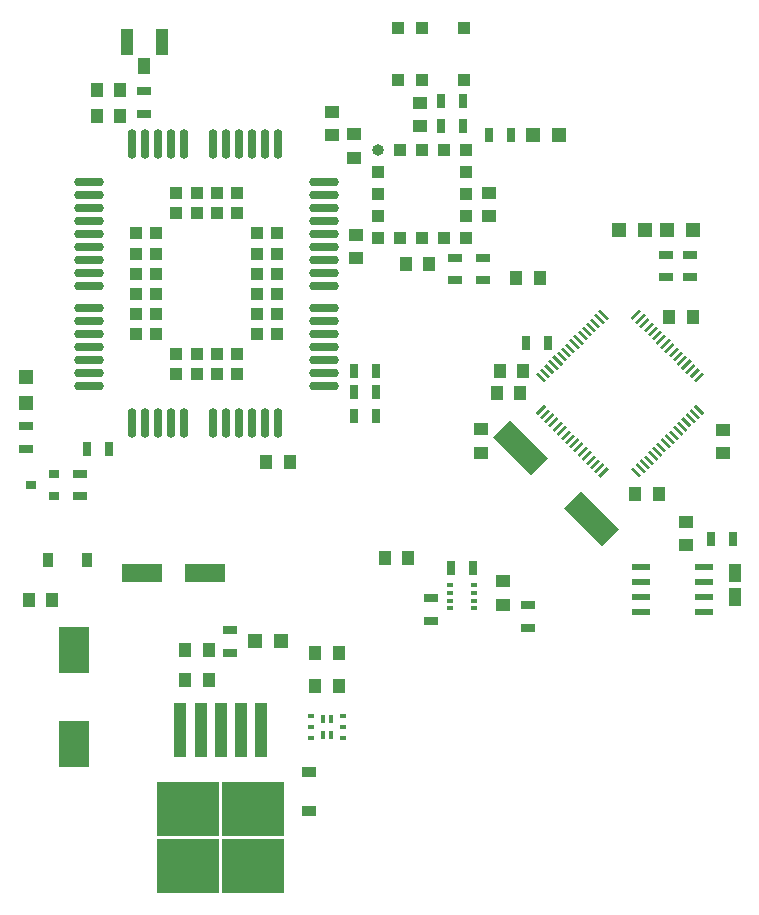
<source format=gbr>
G04 #@! TF.FileFunction,Paste,Top*
%FSLAX46Y46*%
G04 Gerber Fmt 4.6, Leading zero omitted, Abs format (unit mm)*
G04 Created by KiCad (PCBNEW 4.0.7-e2-6376~58~ubuntu16.04.1) date Mon Oct 23 12:39:53 2017*
%MOMM*%
%LPD*%
G01*
G04 APERTURE LIST*
%ADD10C,0.100000*%
%ADD11R,2.500000X4.000000*%
%ADD12R,1.000000X1.250000*%
%ADD13R,1.250000X1.000000*%
%ADD14R,3.500000X1.600000*%
%ADD15R,0.900000X1.200000*%
%ADD16R,1.200000X1.200000*%
%ADD17R,1.300000X0.700000*%
%ADD18R,0.700000X1.300000*%
%ADD19R,1.000000X2.200000*%
%ADD20R,1.000000X1.400000*%
%ADD21R,1.000000X1.524000*%
%ADD22R,1.550000X0.600000*%
%ADD23O,1.000000X1.000000*%
%ADD24R,1.000000X1.000000*%
%ADD25R,1.100000X4.600000*%
%ADD26R,5.250000X4.550000*%
%ADD27O,0.750000X2.500000*%
%ADD28O,2.500000X0.750000*%
%ADD29R,0.900000X0.800000*%
%ADD30R,1.200000X0.900000*%
%ADD31R,0.500000X0.350000*%
%ADD32R,0.630000X0.450000*%
%ADD33R,0.450000X0.780000*%
G04 APERTURE END LIST*
D10*
D11*
X138170000Y-114930000D03*
X138170000Y-106930000D03*
D12*
X154448000Y-91059000D03*
X156448000Y-91059000D03*
X140097000Y-61722000D03*
X142097000Y-61722000D03*
X140097000Y-59563000D03*
X142097000Y-59563000D03*
D13*
X162052000Y-71771000D03*
X162052000Y-73771000D03*
D12*
X134350000Y-102710000D03*
X136350000Y-102710000D03*
X168259000Y-74295000D03*
X166259000Y-74295000D03*
X175631600Y-75438000D03*
X177631600Y-75438000D03*
D14*
X149300000Y-100460000D03*
X143900000Y-100460000D03*
D13*
X174498000Y-103108000D03*
X174498000Y-101108000D03*
D12*
X160600000Y-107210000D03*
X158600000Y-107210000D03*
X160600000Y-109960000D03*
X158600000Y-109960000D03*
X147600000Y-106960000D03*
X149600000Y-106960000D03*
X147600000Y-109460000D03*
X149600000Y-109460000D03*
D13*
X167513000Y-60595000D03*
X167513000Y-62595000D03*
D15*
X139300000Y-99360000D03*
X136000000Y-99360000D03*
D16*
X177081000Y-63373000D03*
X179281000Y-63373000D03*
X153500000Y-106210000D03*
X155700000Y-106210000D03*
D17*
X170434000Y-73726000D03*
X170434000Y-75626000D03*
X172847000Y-73726000D03*
X172847000Y-75626000D03*
D18*
X171130000Y-60452000D03*
X169230000Y-60452000D03*
X171130000Y-62611000D03*
X169230000Y-62611000D03*
D19*
X142645000Y-55499000D03*
D20*
X144145000Y-57499000D03*
D19*
X145645000Y-55499000D03*
D18*
X173294000Y-63373000D03*
X175194000Y-63373000D03*
X193990000Y-97561400D03*
X192090000Y-97561400D03*
D17*
X151350000Y-107160000D03*
X151350000Y-105260000D03*
X168376600Y-104480400D03*
X168376600Y-102580400D03*
X176580800Y-105039200D03*
X176580800Y-103139200D03*
D18*
X172006300Y-99974400D03*
X170106300Y-99974400D03*
D21*
X194183000Y-102489000D03*
X194183000Y-100457000D03*
D22*
X186149000Y-99949000D03*
X186149000Y-101219000D03*
X186149000Y-102489000D03*
X186149000Y-103759000D03*
X191549000Y-103759000D03*
X191549000Y-102489000D03*
X191549000Y-101219000D03*
X191549000Y-99949000D03*
D23*
X163957000Y-64643000D03*
D24*
X165807000Y-64643000D03*
X167657000Y-64643000D03*
X171357000Y-64643000D03*
X169507000Y-64643000D03*
X171357000Y-66493000D03*
X171357000Y-68343000D03*
X171357000Y-70193000D03*
X171357000Y-72043000D03*
X169507000Y-72043000D03*
X167657000Y-72043000D03*
X165807000Y-72043000D03*
X163957000Y-72043000D03*
X163957000Y-70193000D03*
X163957000Y-68343000D03*
X163957000Y-66493000D03*
X165608000Y-58674000D03*
X167608000Y-58674000D03*
X171208000Y-58674000D03*
X171208000Y-54274000D03*
X167608000Y-54274000D03*
X165608000Y-54274000D03*
D25*
X154000000Y-113685000D03*
X152300000Y-113685000D03*
X150600000Y-113685000D03*
X148900000Y-113685000D03*
X147200000Y-113685000D03*
D26*
X147825000Y-125260000D03*
X153375000Y-120410000D03*
X153375000Y-125260000D03*
X147825000Y-120410000D03*
D17*
X134100000Y-89910000D03*
X134100000Y-88010000D03*
X144145000Y-59629000D03*
X144145000Y-61529000D03*
D16*
X134100000Y-83860000D03*
X134100000Y-86060000D03*
D24*
X148556000Y-83577000D03*
X146856000Y-83577000D03*
X146856000Y-81877000D03*
X148556000Y-81877000D03*
X148556000Y-68277000D03*
X148556000Y-69977000D03*
X146856000Y-68277000D03*
X146856000Y-69977000D03*
X143456000Y-80177000D03*
X145156000Y-80177000D03*
X143456000Y-78477000D03*
X145156000Y-78477000D03*
X143456000Y-76777000D03*
X145156000Y-76777000D03*
X143456000Y-75077000D03*
X145156000Y-75077000D03*
X143456000Y-73377000D03*
X145156000Y-73377000D03*
X143456000Y-71677000D03*
D27*
X155456000Y-87727000D03*
X154356000Y-87727000D03*
X153256000Y-87727000D03*
X152156000Y-87727000D03*
X151056000Y-87727000D03*
X149956000Y-87727000D03*
X147456000Y-87727000D03*
X146356000Y-87727000D03*
X145256000Y-87727000D03*
X144156000Y-87727000D03*
X143056000Y-87727000D03*
D28*
X159356000Y-84627000D03*
X159356000Y-83527000D03*
X159356000Y-82427000D03*
X159356000Y-81327000D03*
X159356000Y-80227000D03*
X159356000Y-79127000D03*
X159356000Y-78027000D03*
X159356000Y-76127000D03*
X159356000Y-75027000D03*
X159356000Y-73927000D03*
X159356000Y-72827000D03*
X159356000Y-71727000D03*
X159356000Y-70627000D03*
X159356000Y-69527000D03*
X159356000Y-68427000D03*
X159356000Y-67327000D03*
D27*
X143056000Y-64127000D03*
X144156000Y-64127000D03*
X145256000Y-64127000D03*
X146356000Y-64127000D03*
X147456000Y-64127000D03*
X149956000Y-64127000D03*
X151056000Y-64127000D03*
X152156000Y-64127000D03*
X153256000Y-64127000D03*
X154356000Y-64127000D03*
X155456000Y-64127000D03*
D28*
X139456000Y-67327000D03*
X139456000Y-68427000D03*
X139456000Y-69527000D03*
X139456000Y-70627000D03*
X139456000Y-71727000D03*
X139456000Y-72827000D03*
X139456000Y-73927000D03*
X139456000Y-75027000D03*
X139456000Y-76127000D03*
X139456000Y-78027000D03*
X139456000Y-79127000D03*
X139456000Y-80227000D03*
X139456000Y-81327000D03*
X139456000Y-82427000D03*
X139456000Y-83527000D03*
X139456000Y-84627000D03*
D24*
X153656000Y-71677000D03*
X155356000Y-71677000D03*
X153656000Y-73377000D03*
X155356000Y-73377000D03*
X153656000Y-75077000D03*
X155356000Y-75077000D03*
X153656000Y-76777000D03*
X155356000Y-76777000D03*
X153656000Y-78477000D03*
X155356000Y-78477000D03*
X153656000Y-80177000D03*
X155356000Y-80177000D03*
X151956000Y-69977000D03*
X151956000Y-68277000D03*
X150256000Y-69977000D03*
X150256000Y-68277000D03*
X150256000Y-81877000D03*
X151956000Y-81877000D03*
X151956000Y-83577000D03*
X150256000Y-83577000D03*
X145156000Y-71677000D03*
D18*
X141158000Y-89916000D03*
X139258000Y-89916000D03*
D29*
X136509000Y-93914000D03*
X136509000Y-92014000D03*
X134509000Y-92964000D03*
D12*
X174234600Y-83286600D03*
X176234600Y-83286600D03*
X187690000Y-93751400D03*
X185690000Y-93751400D03*
D13*
X193167000Y-88281000D03*
X193167000Y-90281000D03*
D12*
X190560200Y-78765400D03*
X188560200Y-78765400D03*
D13*
X160020000Y-63357000D03*
X160020000Y-61357000D03*
X161925000Y-65262000D03*
X161925000Y-63262000D03*
X173355000Y-70215000D03*
X173355000Y-68215000D03*
D30*
X158100000Y-117310000D03*
X158100000Y-120610000D03*
D18*
X163764000Y-83312000D03*
X161864000Y-83312000D03*
X163764000Y-87122000D03*
X161864000Y-87122000D03*
X163764000Y-85090000D03*
X161864000Y-85090000D03*
D17*
X138684000Y-92014000D03*
X138684000Y-93914000D03*
D13*
X172669200Y-88230200D03*
X172669200Y-90230200D03*
D12*
X175980600Y-85217000D03*
X173980600Y-85217000D03*
D18*
X176443600Y-80949800D03*
X178343600Y-80949800D03*
D12*
X164481000Y-99123500D03*
X166481000Y-99123500D03*
D31*
X172081000Y-101473000D03*
X172081000Y-102123000D03*
X172081000Y-102773000D03*
X172081000Y-103423000D03*
X170031000Y-103423000D03*
X170031000Y-102773000D03*
X170031000Y-102123000D03*
X170031000Y-101473000D03*
D13*
X189992000Y-96078800D03*
X189992000Y-98078800D03*
D16*
X186520000Y-71374000D03*
X184320000Y-71374000D03*
X190584000Y-71374000D03*
X188384000Y-71374000D03*
D17*
X188341000Y-73472000D03*
X188341000Y-75372000D03*
X190373000Y-73472000D03*
X190373000Y-75372000D03*
D32*
X158260000Y-112510000D03*
X158260000Y-113460000D03*
X158260000Y-114410000D03*
X160940000Y-114410000D03*
X160940000Y-113460000D03*
X160940000Y-112510000D03*
D33*
X159975000Y-114110000D03*
X159975000Y-112810000D03*
X159225000Y-114110000D03*
X159225000Y-112810000D03*
D10*
G36*
X177456676Y-87037800D02*
X177279899Y-86861023D01*
X177987006Y-86153916D01*
X178163783Y-86330693D01*
X177456676Y-87037800D01*
X177456676Y-87037800D01*
G37*
G36*
X177810229Y-87391354D02*
X177633452Y-87214577D01*
X178340559Y-86507470D01*
X178517336Y-86684247D01*
X177810229Y-87391354D01*
X177810229Y-87391354D01*
G37*
G36*
X178163783Y-87744907D02*
X177987006Y-87568130D01*
X178694113Y-86861023D01*
X178870890Y-87037800D01*
X178163783Y-87744907D01*
X178163783Y-87744907D01*
G37*
G36*
X178517336Y-88098460D02*
X178340559Y-87921683D01*
X179047666Y-87214576D01*
X179224443Y-87391353D01*
X178517336Y-88098460D01*
X178517336Y-88098460D01*
G37*
G36*
X178870889Y-88452014D02*
X178694112Y-88275237D01*
X179401219Y-87568130D01*
X179577996Y-87744907D01*
X178870889Y-88452014D01*
X178870889Y-88452014D01*
G37*
G36*
X179224443Y-88805567D02*
X179047666Y-88628790D01*
X179754773Y-87921683D01*
X179931550Y-88098460D01*
X179224443Y-88805567D01*
X179224443Y-88805567D01*
G37*
G36*
X179577996Y-89159121D02*
X179401219Y-88982344D01*
X180108326Y-88275237D01*
X180285103Y-88452014D01*
X179577996Y-89159121D01*
X179577996Y-89159121D01*
G37*
G36*
X179931550Y-89512674D02*
X179754773Y-89335897D01*
X180461880Y-88628790D01*
X180638657Y-88805567D01*
X179931550Y-89512674D01*
X179931550Y-89512674D01*
G37*
G36*
X180285103Y-89866227D02*
X180108326Y-89689450D01*
X180815433Y-88982343D01*
X180992210Y-89159120D01*
X180285103Y-89866227D01*
X180285103Y-89866227D01*
G37*
G36*
X180638656Y-90219781D02*
X180461879Y-90043004D01*
X181168986Y-89335897D01*
X181345763Y-89512674D01*
X180638656Y-90219781D01*
X180638656Y-90219781D01*
G37*
G36*
X180992210Y-90573334D02*
X180815433Y-90396557D01*
X181522540Y-89689450D01*
X181699317Y-89866227D01*
X180992210Y-90573334D01*
X180992210Y-90573334D01*
G37*
G36*
X181345763Y-90926888D02*
X181168986Y-90750111D01*
X181876093Y-90043004D01*
X182052870Y-90219781D01*
X181345763Y-90926888D01*
X181345763Y-90926888D01*
G37*
G36*
X181699317Y-91280441D02*
X181522540Y-91103664D01*
X182229647Y-90396557D01*
X182406424Y-90573334D01*
X181699317Y-91280441D01*
X181699317Y-91280441D01*
G37*
G36*
X182052870Y-91633994D02*
X181876093Y-91457217D01*
X182583200Y-90750110D01*
X182759977Y-90926887D01*
X182052870Y-91633994D01*
X182052870Y-91633994D01*
G37*
G36*
X182406423Y-91987548D02*
X182229646Y-91810771D01*
X182936753Y-91103664D01*
X183113530Y-91280441D01*
X182406423Y-91987548D01*
X182406423Y-91987548D01*
G37*
G36*
X182759977Y-92341101D02*
X182583200Y-92164324D01*
X183290307Y-91457217D01*
X183467084Y-91633994D01*
X182759977Y-92341101D01*
X182759977Y-92341101D01*
G37*
G36*
X186224800Y-92164324D02*
X186048023Y-92341101D01*
X185340916Y-91633994D01*
X185517693Y-91457217D01*
X186224800Y-92164324D01*
X186224800Y-92164324D01*
G37*
G36*
X186578354Y-91810771D02*
X186401577Y-91987548D01*
X185694470Y-91280441D01*
X185871247Y-91103664D01*
X186578354Y-91810771D01*
X186578354Y-91810771D01*
G37*
G36*
X186931907Y-91457217D02*
X186755130Y-91633994D01*
X186048023Y-90926887D01*
X186224800Y-90750110D01*
X186931907Y-91457217D01*
X186931907Y-91457217D01*
G37*
G36*
X187285460Y-91103664D02*
X187108683Y-91280441D01*
X186401576Y-90573334D01*
X186578353Y-90396557D01*
X187285460Y-91103664D01*
X187285460Y-91103664D01*
G37*
G36*
X187639014Y-90750111D02*
X187462237Y-90926888D01*
X186755130Y-90219781D01*
X186931907Y-90043004D01*
X187639014Y-90750111D01*
X187639014Y-90750111D01*
G37*
G36*
X187992567Y-90396557D02*
X187815790Y-90573334D01*
X187108683Y-89866227D01*
X187285460Y-89689450D01*
X187992567Y-90396557D01*
X187992567Y-90396557D01*
G37*
G36*
X188346121Y-90043004D02*
X188169344Y-90219781D01*
X187462237Y-89512674D01*
X187639014Y-89335897D01*
X188346121Y-90043004D01*
X188346121Y-90043004D01*
G37*
G36*
X188699674Y-89689450D02*
X188522897Y-89866227D01*
X187815790Y-89159120D01*
X187992567Y-88982343D01*
X188699674Y-89689450D01*
X188699674Y-89689450D01*
G37*
G36*
X189053227Y-89335897D02*
X188876450Y-89512674D01*
X188169343Y-88805567D01*
X188346120Y-88628790D01*
X189053227Y-89335897D01*
X189053227Y-89335897D01*
G37*
G36*
X189406781Y-88982344D02*
X189230004Y-89159121D01*
X188522897Y-88452014D01*
X188699674Y-88275237D01*
X189406781Y-88982344D01*
X189406781Y-88982344D01*
G37*
G36*
X189760334Y-88628790D02*
X189583557Y-88805567D01*
X188876450Y-88098460D01*
X189053227Y-87921683D01*
X189760334Y-88628790D01*
X189760334Y-88628790D01*
G37*
G36*
X190113888Y-88275237D02*
X189937111Y-88452014D01*
X189230004Y-87744907D01*
X189406781Y-87568130D01*
X190113888Y-88275237D01*
X190113888Y-88275237D01*
G37*
G36*
X190467441Y-87921683D02*
X190290664Y-88098460D01*
X189583557Y-87391353D01*
X189760334Y-87214576D01*
X190467441Y-87921683D01*
X190467441Y-87921683D01*
G37*
G36*
X190820994Y-87568130D02*
X190644217Y-87744907D01*
X189937110Y-87037800D01*
X190113887Y-86861023D01*
X190820994Y-87568130D01*
X190820994Y-87568130D01*
G37*
G36*
X191174548Y-87214577D02*
X190997771Y-87391354D01*
X190290664Y-86684247D01*
X190467441Y-86507470D01*
X191174548Y-87214577D01*
X191174548Y-87214577D01*
G37*
G36*
X191528101Y-86861023D02*
X191351324Y-87037800D01*
X190644217Y-86330693D01*
X190820994Y-86153916D01*
X191528101Y-86861023D01*
X191528101Y-86861023D01*
G37*
G36*
X190820994Y-84280084D02*
X190644217Y-84103307D01*
X191351324Y-83396200D01*
X191528101Y-83572977D01*
X190820994Y-84280084D01*
X190820994Y-84280084D01*
G37*
G36*
X190467441Y-83926530D02*
X190290664Y-83749753D01*
X190997771Y-83042646D01*
X191174548Y-83219423D01*
X190467441Y-83926530D01*
X190467441Y-83926530D01*
G37*
G36*
X190113887Y-83572977D02*
X189937110Y-83396200D01*
X190644217Y-82689093D01*
X190820994Y-82865870D01*
X190113887Y-83572977D01*
X190113887Y-83572977D01*
G37*
G36*
X189760334Y-83219424D02*
X189583557Y-83042647D01*
X190290664Y-82335540D01*
X190467441Y-82512317D01*
X189760334Y-83219424D01*
X189760334Y-83219424D01*
G37*
G36*
X189406781Y-82865870D02*
X189230004Y-82689093D01*
X189937111Y-81981986D01*
X190113888Y-82158763D01*
X189406781Y-82865870D01*
X189406781Y-82865870D01*
G37*
G36*
X189053227Y-82512317D02*
X188876450Y-82335540D01*
X189583557Y-81628433D01*
X189760334Y-81805210D01*
X189053227Y-82512317D01*
X189053227Y-82512317D01*
G37*
G36*
X188699674Y-82158763D02*
X188522897Y-81981986D01*
X189230004Y-81274879D01*
X189406781Y-81451656D01*
X188699674Y-82158763D01*
X188699674Y-82158763D01*
G37*
G36*
X188346120Y-81805210D02*
X188169343Y-81628433D01*
X188876450Y-80921326D01*
X189053227Y-81098103D01*
X188346120Y-81805210D01*
X188346120Y-81805210D01*
G37*
G36*
X187992567Y-81451657D02*
X187815790Y-81274880D01*
X188522897Y-80567773D01*
X188699674Y-80744550D01*
X187992567Y-81451657D01*
X187992567Y-81451657D01*
G37*
G36*
X187639014Y-81098103D02*
X187462237Y-80921326D01*
X188169344Y-80214219D01*
X188346121Y-80390996D01*
X187639014Y-81098103D01*
X187639014Y-81098103D01*
G37*
G36*
X187285460Y-80744550D02*
X187108683Y-80567773D01*
X187815790Y-79860666D01*
X187992567Y-80037443D01*
X187285460Y-80744550D01*
X187285460Y-80744550D01*
G37*
G36*
X186931907Y-80390996D02*
X186755130Y-80214219D01*
X187462237Y-79507112D01*
X187639014Y-79683889D01*
X186931907Y-80390996D01*
X186931907Y-80390996D01*
G37*
G36*
X186578353Y-80037443D02*
X186401576Y-79860666D01*
X187108683Y-79153559D01*
X187285460Y-79330336D01*
X186578353Y-80037443D01*
X186578353Y-80037443D01*
G37*
G36*
X186224800Y-79683890D02*
X186048023Y-79507113D01*
X186755130Y-78800006D01*
X186931907Y-78976783D01*
X186224800Y-79683890D01*
X186224800Y-79683890D01*
G37*
G36*
X185871247Y-79330336D02*
X185694470Y-79153559D01*
X186401577Y-78446452D01*
X186578354Y-78623229D01*
X185871247Y-79330336D01*
X185871247Y-79330336D01*
G37*
G36*
X185517693Y-78976783D02*
X185340916Y-78800006D01*
X186048023Y-78092899D01*
X186224800Y-78269676D01*
X185517693Y-78976783D01*
X185517693Y-78976783D01*
G37*
G36*
X183467084Y-78800006D02*
X183290307Y-78976783D01*
X182583200Y-78269676D01*
X182759977Y-78092899D01*
X183467084Y-78800006D01*
X183467084Y-78800006D01*
G37*
G36*
X183113530Y-79153559D02*
X182936753Y-79330336D01*
X182229646Y-78623229D01*
X182406423Y-78446452D01*
X183113530Y-79153559D01*
X183113530Y-79153559D01*
G37*
G36*
X182759977Y-79507113D02*
X182583200Y-79683890D01*
X181876093Y-78976783D01*
X182052870Y-78800006D01*
X182759977Y-79507113D01*
X182759977Y-79507113D01*
G37*
G36*
X182406424Y-79860666D02*
X182229647Y-80037443D01*
X181522540Y-79330336D01*
X181699317Y-79153559D01*
X182406424Y-79860666D01*
X182406424Y-79860666D01*
G37*
G36*
X182052870Y-80214219D02*
X181876093Y-80390996D01*
X181168986Y-79683889D01*
X181345763Y-79507112D01*
X182052870Y-80214219D01*
X182052870Y-80214219D01*
G37*
G36*
X181699317Y-80567773D02*
X181522540Y-80744550D01*
X180815433Y-80037443D01*
X180992210Y-79860666D01*
X181699317Y-80567773D01*
X181699317Y-80567773D01*
G37*
G36*
X181345763Y-80921326D02*
X181168986Y-81098103D01*
X180461879Y-80390996D01*
X180638656Y-80214219D01*
X181345763Y-80921326D01*
X181345763Y-80921326D01*
G37*
G36*
X180992210Y-81274880D02*
X180815433Y-81451657D01*
X180108326Y-80744550D01*
X180285103Y-80567773D01*
X180992210Y-81274880D01*
X180992210Y-81274880D01*
G37*
G36*
X180638657Y-81628433D02*
X180461880Y-81805210D01*
X179754773Y-81098103D01*
X179931550Y-80921326D01*
X180638657Y-81628433D01*
X180638657Y-81628433D01*
G37*
G36*
X180285103Y-81981986D02*
X180108326Y-82158763D01*
X179401219Y-81451656D01*
X179577996Y-81274879D01*
X180285103Y-81981986D01*
X180285103Y-81981986D01*
G37*
G36*
X179931550Y-82335540D02*
X179754773Y-82512317D01*
X179047666Y-81805210D01*
X179224443Y-81628433D01*
X179931550Y-82335540D01*
X179931550Y-82335540D01*
G37*
G36*
X179577996Y-82689093D02*
X179401219Y-82865870D01*
X178694112Y-82158763D01*
X178870889Y-81981986D01*
X179577996Y-82689093D01*
X179577996Y-82689093D01*
G37*
G36*
X179224443Y-83042647D02*
X179047666Y-83219424D01*
X178340559Y-82512317D01*
X178517336Y-82335540D01*
X179224443Y-83042647D01*
X179224443Y-83042647D01*
G37*
G36*
X178870890Y-83396200D02*
X178694113Y-83572977D01*
X177987006Y-82865870D01*
X178163783Y-82689093D01*
X178870890Y-83396200D01*
X178870890Y-83396200D01*
G37*
G36*
X178517336Y-83749753D02*
X178340559Y-83926530D01*
X177633452Y-83219423D01*
X177810229Y-83042646D01*
X178517336Y-83749753D01*
X178517336Y-83749753D01*
G37*
G36*
X178163783Y-84103307D02*
X177987006Y-84280084D01*
X177279899Y-83572977D01*
X177456676Y-83396200D01*
X178163783Y-84103307D01*
X178163783Y-84103307D01*
G37*
G36*
X173690499Y-88922513D02*
X175104713Y-87508299D01*
X178286693Y-90690279D01*
X176872479Y-92104493D01*
X173690499Y-88922513D01*
X173690499Y-88922513D01*
G37*
G36*
X179700907Y-94932921D02*
X181115121Y-93518707D01*
X184297101Y-96700687D01*
X182882887Y-98114901D01*
X179700907Y-94932921D01*
X179700907Y-94932921D01*
G37*
M02*

</source>
